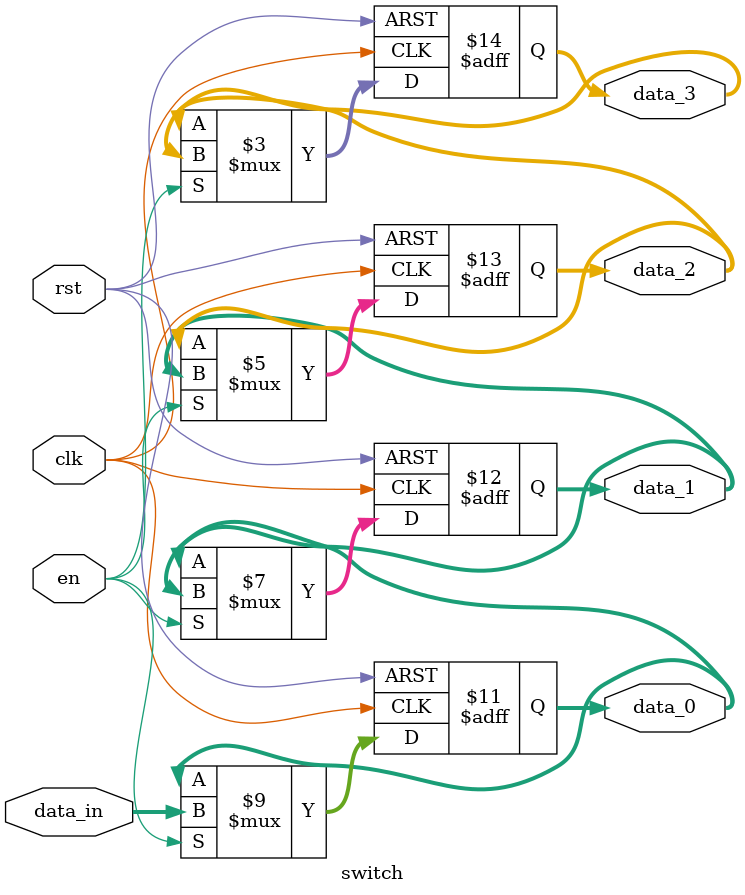
<source format=v>
`timescale 1ns / 1ps


//具有使能端的移位寄存器
module switch(en,clk,rst,data_in,data_0,data_1,data_2,data_3);
    input clk,rst,en;
    input [3:0] data_in;
    output reg [3:0] data_0,data_1,data_2,data_3;

    always @(posedge clk or negedge rst) begin
        if (~rst) begin
            data_0 <= 4'b0;
            data_1 <= 4'b0;
            data_2 <= 4'b0;
            data_3 <= 4'b0;// reset         
        end
        else if (en) begin
            data_0<= data_in;
            data_1<= data_0;
            data_2<= data_1;
            data_3<= data_2;
        end
    end
endmodule
</source>
